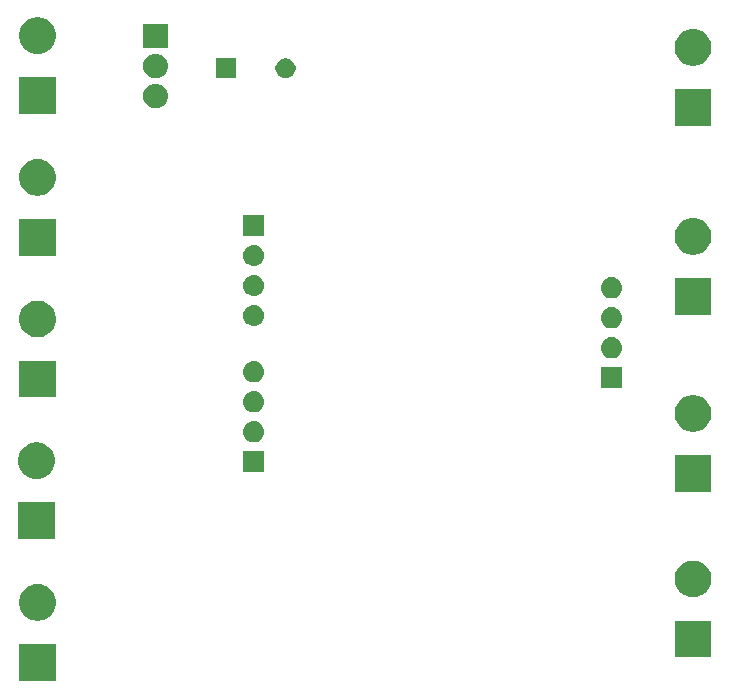
<source format=gbs>
G04 #@! TF.GenerationSoftware,KiCad,Pcbnew,5.1.4-e60b266~84~ubuntu18.04.1*
G04 #@! TF.CreationDate,2019-08-12T22:35:42+05:30*
G04 #@! TF.ProjectId,STCS2A_driver_rev1,53544353-3241-45f6-9472-697665725f72,rev?*
G04 #@! TF.SameCoordinates,Original*
G04 #@! TF.FileFunction,Soldermask,Bot*
G04 #@! TF.FilePolarity,Negative*
%FSLAX46Y46*%
G04 Gerber Fmt 4.6, Leading zero omitted, Abs format (unit mm)*
G04 Created by KiCad (PCBNEW 5.1.4-e60b266~84~ubuntu18.04.1) date 2019-08-12 22:35:42*
%MOMM*%
%LPD*%
G04 APERTURE LIST*
%ADD10C,0.100000*%
G04 APERTURE END LIST*
D10*
G36*
X56051000Y-102551000D02*
G01*
X52949000Y-102551000D01*
X52949000Y-99449000D01*
X56051000Y-99449000D01*
X56051000Y-102551000D01*
X56051000Y-102551000D01*
G37*
G36*
X111551000Y-100551000D02*
G01*
X108449000Y-100551000D01*
X108449000Y-97449000D01*
X111551000Y-97449000D01*
X111551000Y-100551000D01*
X111551000Y-100551000D01*
G37*
G36*
X54802585Y-94398802D02*
G01*
X54952410Y-94428604D01*
X55234674Y-94545521D01*
X55488705Y-94715259D01*
X55704741Y-94931295D01*
X55874479Y-95185326D01*
X55991396Y-95467590D01*
X56051000Y-95767240D01*
X56051000Y-96072760D01*
X55991396Y-96372410D01*
X55874479Y-96654674D01*
X55704741Y-96908705D01*
X55488705Y-97124741D01*
X55234674Y-97294479D01*
X54952410Y-97411396D01*
X54802585Y-97441198D01*
X54652761Y-97471000D01*
X54347239Y-97471000D01*
X54197415Y-97441198D01*
X54047590Y-97411396D01*
X53765326Y-97294479D01*
X53511295Y-97124741D01*
X53295259Y-96908705D01*
X53125521Y-96654674D01*
X53008604Y-96372410D01*
X52949000Y-96072760D01*
X52949000Y-95767240D01*
X53008604Y-95467590D01*
X53125521Y-95185326D01*
X53295259Y-94931295D01*
X53511295Y-94715259D01*
X53765326Y-94545521D01*
X54047590Y-94428604D01*
X54197415Y-94398802D01*
X54347239Y-94369000D01*
X54652761Y-94369000D01*
X54802585Y-94398802D01*
X54802585Y-94398802D01*
G37*
G36*
X110302585Y-92398802D02*
G01*
X110452410Y-92428604D01*
X110734674Y-92545521D01*
X110988705Y-92715259D01*
X111204741Y-92931295D01*
X111374479Y-93185326D01*
X111491396Y-93467590D01*
X111551000Y-93767240D01*
X111551000Y-94072760D01*
X111491396Y-94372410D01*
X111374479Y-94654674D01*
X111204741Y-94908705D01*
X110988705Y-95124741D01*
X110734674Y-95294479D01*
X110452410Y-95411396D01*
X110302585Y-95441198D01*
X110152761Y-95471000D01*
X109847239Y-95471000D01*
X109697415Y-95441198D01*
X109547590Y-95411396D01*
X109265326Y-95294479D01*
X109011295Y-95124741D01*
X108795259Y-94908705D01*
X108625521Y-94654674D01*
X108508604Y-94372410D01*
X108449000Y-94072760D01*
X108449000Y-93767240D01*
X108508604Y-93467590D01*
X108625521Y-93185326D01*
X108795259Y-92931295D01*
X109011295Y-92715259D01*
X109265326Y-92545521D01*
X109547590Y-92428604D01*
X109697415Y-92398802D01*
X109847239Y-92369000D01*
X110152761Y-92369000D01*
X110302585Y-92398802D01*
X110302585Y-92398802D01*
G37*
G36*
X55951000Y-90551000D02*
G01*
X52849000Y-90551000D01*
X52849000Y-87449000D01*
X55951000Y-87449000D01*
X55951000Y-90551000D01*
X55951000Y-90551000D01*
G37*
G36*
X111551000Y-86551000D02*
G01*
X108449000Y-86551000D01*
X108449000Y-83449000D01*
X111551000Y-83449000D01*
X111551000Y-86551000D01*
X111551000Y-86551000D01*
G37*
G36*
X54702585Y-82398802D02*
G01*
X54852410Y-82428604D01*
X55134674Y-82545521D01*
X55388705Y-82715259D01*
X55604741Y-82931295D01*
X55774479Y-83185326D01*
X55891396Y-83467590D01*
X55951000Y-83767240D01*
X55951000Y-84072760D01*
X55891396Y-84372410D01*
X55774479Y-84654674D01*
X55604741Y-84908705D01*
X55388705Y-85124741D01*
X55134674Y-85294479D01*
X54852410Y-85411396D01*
X54702585Y-85441198D01*
X54552761Y-85471000D01*
X54247239Y-85471000D01*
X54097415Y-85441198D01*
X53947590Y-85411396D01*
X53665326Y-85294479D01*
X53411295Y-85124741D01*
X53195259Y-84908705D01*
X53025521Y-84654674D01*
X52908604Y-84372410D01*
X52849000Y-84072760D01*
X52849000Y-83767240D01*
X52908604Y-83467590D01*
X53025521Y-83185326D01*
X53195259Y-82931295D01*
X53411295Y-82715259D01*
X53665326Y-82545521D01*
X53947590Y-82428604D01*
X54097415Y-82398802D01*
X54247239Y-82369000D01*
X54552761Y-82369000D01*
X54702585Y-82398802D01*
X54702585Y-82398802D01*
G37*
G36*
X73701000Y-84901000D02*
G01*
X71899000Y-84901000D01*
X71899000Y-83099000D01*
X73701000Y-83099000D01*
X73701000Y-84901000D01*
X73701000Y-84901000D01*
G37*
G36*
X72910442Y-80565518D02*
G01*
X72976627Y-80572037D01*
X73146466Y-80623557D01*
X73302991Y-80707222D01*
X73338729Y-80736552D01*
X73440186Y-80819814D01*
X73513135Y-80908704D01*
X73552778Y-80957009D01*
X73636443Y-81113534D01*
X73687963Y-81283373D01*
X73705359Y-81460000D01*
X73687963Y-81636627D01*
X73636443Y-81806466D01*
X73552778Y-81962991D01*
X73523448Y-81998729D01*
X73440186Y-82100186D01*
X73338729Y-82183448D01*
X73302991Y-82212778D01*
X73146466Y-82296443D01*
X72976627Y-82347963D01*
X72910442Y-82354482D01*
X72844260Y-82361000D01*
X72755740Y-82361000D01*
X72689558Y-82354482D01*
X72623373Y-82347963D01*
X72453534Y-82296443D01*
X72297009Y-82212778D01*
X72261271Y-82183448D01*
X72159814Y-82100186D01*
X72076552Y-81998729D01*
X72047222Y-81962991D01*
X71963557Y-81806466D01*
X71912037Y-81636627D01*
X71894641Y-81460000D01*
X71912037Y-81283373D01*
X71963557Y-81113534D01*
X72047222Y-80957009D01*
X72086865Y-80908704D01*
X72159814Y-80819814D01*
X72261271Y-80736552D01*
X72297009Y-80707222D01*
X72453534Y-80623557D01*
X72623373Y-80572037D01*
X72689558Y-80565518D01*
X72755740Y-80559000D01*
X72844260Y-80559000D01*
X72910442Y-80565518D01*
X72910442Y-80565518D01*
G37*
G36*
X110302585Y-78398802D02*
G01*
X110452410Y-78428604D01*
X110734674Y-78545521D01*
X110988705Y-78715259D01*
X111204741Y-78931295D01*
X111374479Y-79185326D01*
X111491396Y-79467590D01*
X111491396Y-79467591D01*
X111548853Y-79756443D01*
X111551000Y-79767240D01*
X111551000Y-80072760D01*
X111491396Y-80372410D01*
X111374479Y-80654674D01*
X111204741Y-80908705D01*
X110988705Y-81124741D01*
X110734674Y-81294479D01*
X110452410Y-81411396D01*
X110302585Y-81441198D01*
X110152761Y-81471000D01*
X109847239Y-81471000D01*
X109697415Y-81441198D01*
X109547590Y-81411396D01*
X109265326Y-81294479D01*
X109011295Y-81124741D01*
X108795259Y-80908705D01*
X108625521Y-80654674D01*
X108508604Y-80372410D01*
X108449000Y-80072760D01*
X108449000Y-79767240D01*
X108451148Y-79756443D01*
X108508604Y-79467591D01*
X108508604Y-79467590D01*
X108625521Y-79185326D01*
X108795259Y-78931295D01*
X109011295Y-78715259D01*
X109265326Y-78545521D01*
X109547590Y-78428604D01*
X109697415Y-78398802D01*
X109847239Y-78369000D01*
X110152761Y-78369000D01*
X110302585Y-78398802D01*
X110302585Y-78398802D01*
G37*
G36*
X72910442Y-78025518D02*
G01*
X72976627Y-78032037D01*
X73146466Y-78083557D01*
X73302991Y-78167222D01*
X73338729Y-78196552D01*
X73440186Y-78279814D01*
X73513378Y-78369000D01*
X73552778Y-78417009D01*
X73636443Y-78573534D01*
X73687963Y-78743373D01*
X73705359Y-78920000D01*
X73687963Y-79096627D01*
X73636443Y-79266466D01*
X73552778Y-79422991D01*
X73523448Y-79458729D01*
X73440186Y-79560186D01*
X73338729Y-79643448D01*
X73302991Y-79672778D01*
X73146466Y-79756443D01*
X72976627Y-79807963D01*
X72910443Y-79814481D01*
X72844260Y-79821000D01*
X72755740Y-79821000D01*
X72689557Y-79814481D01*
X72623373Y-79807963D01*
X72453534Y-79756443D01*
X72297009Y-79672778D01*
X72261271Y-79643448D01*
X72159814Y-79560186D01*
X72076552Y-79458729D01*
X72047222Y-79422991D01*
X71963557Y-79266466D01*
X71912037Y-79096627D01*
X71894641Y-78920000D01*
X71912037Y-78743373D01*
X71963557Y-78573534D01*
X72047222Y-78417009D01*
X72086622Y-78369000D01*
X72159814Y-78279814D01*
X72261271Y-78196552D01*
X72297009Y-78167222D01*
X72453534Y-78083557D01*
X72623373Y-78032037D01*
X72689558Y-78025518D01*
X72755740Y-78019000D01*
X72844260Y-78019000D01*
X72910442Y-78025518D01*
X72910442Y-78025518D01*
G37*
G36*
X56051000Y-78551000D02*
G01*
X52949000Y-78551000D01*
X52949000Y-75449000D01*
X56051000Y-75449000D01*
X56051000Y-78551000D01*
X56051000Y-78551000D01*
G37*
G36*
X104001000Y-77801000D02*
G01*
X102199000Y-77801000D01*
X102199000Y-75999000D01*
X104001000Y-75999000D01*
X104001000Y-77801000D01*
X104001000Y-77801000D01*
G37*
G36*
X72910443Y-75485519D02*
G01*
X72976627Y-75492037D01*
X73146466Y-75543557D01*
X73302991Y-75627222D01*
X73338729Y-75656552D01*
X73440186Y-75739814D01*
X73523448Y-75841271D01*
X73552778Y-75877009D01*
X73636443Y-76033534D01*
X73687963Y-76203373D01*
X73705359Y-76380000D01*
X73687963Y-76556627D01*
X73636443Y-76726466D01*
X73552778Y-76882991D01*
X73523448Y-76918729D01*
X73440186Y-77020186D01*
X73338729Y-77103448D01*
X73302991Y-77132778D01*
X73146466Y-77216443D01*
X72976627Y-77267963D01*
X72910442Y-77274482D01*
X72844260Y-77281000D01*
X72755740Y-77281000D01*
X72689558Y-77274482D01*
X72623373Y-77267963D01*
X72453534Y-77216443D01*
X72297009Y-77132778D01*
X72261271Y-77103448D01*
X72159814Y-77020186D01*
X72076552Y-76918729D01*
X72047222Y-76882991D01*
X71963557Y-76726466D01*
X71912037Y-76556627D01*
X71894641Y-76380000D01*
X71912037Y-76203373D01*
X71963557Y-76033534D01*
X72047222Y-75877009D01*
X72076552Y-75841271D01*
X72159814Y-75739814D01*
X72261271Y-75656552D01*
X72297009Y-75627222D01*
X72453534Y-75543557D01*
X72623373Y-75492037D01*
X72689557Y-75485519D01*
X72755740Y-75479000D01*
X72844260Y-75479000D01*
X72910443Y-75485519D01*
X72910443Y-75485519D01*
G37*
G36*
X103210443Y-73465519D02*
G01*
X103276627Y-73472037D01*
X103446466Y-73523557D01*
X103602991Y-73607222D01*
X103638729Y-73636552D01*
X103740186Y-73719814D01*
X103823448Y-73821271D01*
X103852778Y-73857009D01*
X103936443Y-74013534D01*
X103987963Y-74183373D01*
X104005359Y-74360000D01*
X103987963Y-74536627D01*
X103936443Y-74706466D01*
X103852778Y-74862991D01*
X103823448Y-74898729D01*
X103740186Y-75000186D01*
X103638729Y-75083448D01*
X103602991Y-75112778D01*
X103446466Y-75196443D01*
X103276627Y-75247963D01*
X103210443Y-75254481D01*
X103144260Y-75261000D01*
X103055740Y-75261000D01*
X102989557Y-75254481D01*
X102923373Y-75247963D01*
X102753534Y-75196443D01*
X102597009Y-75112778D01*
X102561271Y-75083448D01*
X102459814Y-75000186D01*
X102376552Y-74898729D01*
X102347222Y-74862991D01*
X102263557Y-74706466D01*
X102212037Y-74536627D01*
X102194641Y-74360000D01*
X102212037Y-74183373D01*
X102263557Y-74013534D01*
X102347222Y-73857009D01*
X102376552Y-73821271D01*
X102459814Y-73719814D01*
X102561271Y-73636552D01*
X102597009Y-73607222D01*
X102753534Y-73523557D01*
X102923373Y-73472037D01*
X102989557Y-73465519D01*
X103055740Y-73459000D01*
X103144260Y-73459000D01*
X103210443Y-73465519D01*
X103210443Y-73465519D01*
G37*
G36*
X54802585Y-70398802D02*
G01*
X54952410Y-70428604D01*
X55234674Y-70545521D01*
X55488705Y-70715259D01*
X55704741Y-70931295D01*
X55874479Y-71185326D01*
X55991396Y-71467590D01*
X55991396Y-71467591D01*
X56051000Y-71767239D01*
X56051000Y-72072761D01*
X56032361Y-72166466D01*
X55991396Y-72372410D01*
X55874479Y-72654674D01*
X55704741Y-72908705D01*
X55488705Y-73124741D01*
X55234674Y-73294479D01*
X54952410Y-73411396D01*
X54802585Y-73441198D01*
X54652761Y-73471000D01*
X54347239Y-73471000D01*
X54197415Y-73441198D01*
X54047590Y-73411396D01*
X53765326Y-73294479D01*
X53511295Y-73124741D01*
X53295259Y-72908705D01*
X53125521Y-72654674D01*
X53008604Y-72372410D01*
X52967639Y-72166466D01*
X52949000Y-72072761D01*
X52949000Y-71767239D01*
X53008604Y-71467591D01*
X53008604Y-71467590D01*
X53125521Y-71185326D01*
X53295259Y-70931295D01*
X53511295Y-70715259D01*
X53765326Y-70545521D01*
X54047590Y-70428604D01*
X54197415Y-70398802D01*
X54347239Y-70369000D01*
X54652761Y-70369000D01*
X54802585Y-70398802D01*
X54802585Y-70398802D01*
G37*
G36*
X103210443Y-70925519D02*
G01*
X103276627Y-70932037D01*
X103446466Y-70983557D01*
X103602991Y-71067222D01*
X103638729Y-71096552D01*
X103740186Y-71179814D01*
X103817097Y-71273532D01*
X103852778Y-71317009D01*
X103852779Y-71317011D01*
X103920322Y-71443373D01*
X103936443Y-71473534D01*
X103987963Y-71643373D01*
X104005359Y-71820000D01*
X103987963Y-71996627D01*
X103936443Y-72166466D01*
X103852778Y-72322991D01*
X103823448Y-72358729D01*
X103740186Y-72460186D01*
X103638729Y-72543448D01*
X103602991Y-72572778D01*
X103446466Y-72656443D01*
X103276627Y-72707963D01*
X103210442Y-72714482D01*
X103144260Y-72721000D01*
X103055740Y-72721000D01*
X102989558Y-72714482D01*
X102923373Y-72707963D01*
X102753534Y-72656443D01*
X102597009Y-72572778D01*
X102561271Y-72543448D01*
X102459814Y-72460186D01*
X102376552Y-72358729D01*
X102347222Y-72322991D01*
X102263557Y-72166466D01*
X102212037Y-71996627D01*
X102194641Y-71820000D01*
X102212037Y-71643373D01*
X102263557Y-71473534D01*
X102279679Y-71443373D01*
X102347221Y-71317011D01*
X102347222Y-71317009D01*
X102382903Y-71273532D01*
X102459814Y-71179814D01*
X102561271Y-71096552D01*
X102597009Y-71067222D01*
X102753534Y-70983557D01*
X102923373Y-70932037D01*
X102989557Y-70925519D01*
X103055740Y-70919000D01*
X103144260Y-70919000D01*
X103210443Y-70925519D01*
X103210443Y-70925519D01*
G37*
G36*
X72910442Y-70725518D02*
G01*
X72976627Y-70732037D01*
X73146466Y-70783557D01*
X73302991Y-70867222D01*
X73338729Y-70896552D01*
X73440186Y-70979814D01*
X73511918Y-71067221D01*
X73552778Y-71117009D01*
X73636443Y-71273534D01*
X73687963Y-71443373D01*
X73705359Y-71620000D01*
X73687963Y-71796627D01*
X73636443Y-71966466D01*
X73636442Y-71966468D01*
X73594611Y-72044728D01*
X73552778Y-72122991D01*
X73523448Y-72158729D01*
X73440186Y-72260186D01*
X73338729Y-72343448D01*
X73302991Y-72372778D01*
X73146466Y-72456443D01*
X72976627Y-72507963D01*
X72910442Y-72514482D01*
X72844260Y-72521000D01*
X72755740Y-72521000D01*
X72689558Y-72514482D01*
X72623373Y-72507963D01*
X72453534Y-72456443D01*
X72297009Y-72372778D01*
X72261271Y-72343448D01*
X72159814Y-72260186D01*
X72076552Y-72158729D01*
X72047222Y-72122991D01*
X72005389Y-72044728D01*
X71963558Y-71966468D01*
X71963557Y-71966466D01*
X71912037Y-71796627D01*
X71894641Y-71620000D01*
X71912037Y-71443373D01*
X71963557Y-71273534D01*
X72047222Y-71117009D01*
X72088082Y-71067221D01*
X72159814Y-70979814D01*
X72261271Y-70896552D01*
X72297009Y-70867222D01*
X72453534Y-70783557D01*
X72623373Y-70732037D01*
X72689558Y-70725518D01*
X72755740Y-70719000D01*
X72844260Y-70719000D01*
X72910442Y-70725518D01*
X72910442Y-70725518D01*
G37*
G36*
X111551000Y-71551000D02*
G01*
X108449000Y-71551000D01*
X108449000Y-68449000D01*
X111551000Y-68449000D01*
X111551000Y-71551000D01*
X111551000Y-71551000D01*
G37*
G36*
X103210442Y-68385518D02*
G01*
X103276627Y-68392037D01*
X103446466Y-68443557D01*
X103602991Y-68527222D01*
X103638729Y-68556552D01*
X103740186Y-68639814D01*
X103817097Y-68733532D01*
X103852778Y-68777009D01*
X103852779Y-68777011D01*
X103920322Y-68903373D01*
X103936443Y-68933534D01*
X103987963Y-69103373D01*
X104005359Y-69280000D01*
X103987963Y-69456627D01*
X103936443Y-69626466D01*
X103852778Y-69782991D01*
X103823448Y-69818729D01*
X103740186Y-69920186D01*
X103638729Y-70003448D01*
X103602991Y-70032778D01*
X103446466Y-70116443D01*
X103276627Y-70167963D01*
X103210443Y-70174481D01*
X103144260Y-70181000D01*
X103055740Y-70181000D01*
X102989557Y-70174481D01*
X102923373Y-70167963D01*
X102753534Y-70116443D01*
X102597009Y-70032778D01*
X102561271Y-70003448D01*
X102459814Y-69920186D01*
X102376552Y-69818729D01*
X102347222Y-69782991D01*
X102263557Y-69626466D01*
X102212037Y-69456627D01*
X102194641Y-69280000D01*
X102212037Y-69103373D01*
X102263557Y-68933534D01*
X102279679Y-68903373D01*
X102347221Y-68777011D01*
X102347222Y-68777009D01*
X102382903Y-68733532D01*
X102459814Y-68639814D01*
X102561271Y-68556552D01*
X102597009Y-68527222D01*
X102753534Y-68443557D01*
X102923373Y-68392037D01*
X102989558Y-68385518D01*
X103055740Y-68379000D01*
X103144260Y-68379000D01*
X103210442Y-68385518D01*
X103210442Y-68385518D01*
G37*
G36*
X72910443Y-68185519D02*
G01*
X72976627Y-68192037D01*
X73146466Y-68243557D01*
X73302991Y-68327222D01*
X73338729Y-68356552D01*
X73440186Y-68439814D01*
X73511918Y-68527221D01*
X73552778Y-68577009D01*
X73636443Y-68733534D01*
X73687963Y-68903373D01*
X73705359Y-69080000D01*
X73687963Y-69256627D01*
X73636443Y-69426466D01*
X73636442Y-69426468D01*
X73594610Y-69504729D01*
X73552778Y-69582991D01*
X73523448Y-69618729D01*
X73440186Y-69720186D01*
X73338729Y-69803448D01*
X73302991Y-69832778D01*
X73146466Y-69916443D01*
X72976627Y-69967963D01*
X72910442Y-69974482D01*
X72844260Y-69981000D01*
X72755740Y-69981000D01*
X72689558Y-69974482D01*
X72623373Y-69967963D01*
X72453534Y-69916443D01*
X72297009Y-69832778D01*
X72261271Y-69803448D01*
X72159814Y-69720186D01*
X72076552Y-69618729D01*
X72047222Y-69582991D01*
X72005389Y-69504728D01*
X71963558Y-69426468D01*
X71963557Y-69426466D01*
X71912037Y-69256627D01*
X71894641Y-69080000D01*
X71912037Y-68903373D01*
X71963557Y-68733534D01*
X72047222Y-68577009D01*
X72088082Y-68527221D01*
X72159814Y-68439814D01*
X72261271Y-68356552D01*
X72297009Y-68327222D01*
X72453534Y-68243557D01*
X72623373Y-68192037D01*
X72689557Y-68185519D01*
X72755740Y-68179000D01*
X72844260Y-68179000D01*
X72910443Y-68185519D01*
X72910443Y-68185519D01*
G37*
G36*
X72910442Y-65645518D02*
G01*
X72976627Y-65652037D01*
X73146466Y-65703557D01*
X73302991Y-65787222D01*
X73338729Y-65816552D01*
X73440186Y-65899814D01*
X73523448Y-66001271D01*
X73552778Y-66037009D01*
X73636443Y-66193534D01*
X73687963Y-66363373D01*
X73705359Y-66540000D01*
X73687963Y-66716627D01*
X73636443Y-66886466D01*
X73552778Y-67042991D01*
X73523448Y-67078729D01*
X73440186Y-67180186D01*
X73338729Y-67263448D01*
X73302991Y-67292778D01*
X73146466Y-67376443D01*
X72976627Y-67427963D01*
X72910443Y-67434481D01*
X72844260Y-67441000D01*
X72755740Y-67441000D01*
X72689557Y-67434481D01*
X72623373Y-67427963D01*
X72453534Y-67376443D01*
X72297009Y-67292778D01*
X72261271Y-67263448D01*
X72159814Y-67180186D01*
X72076552Y-67078729D01*
X72047222Y-67042991D01*
X71963557Y-66886466D01*
X71912037Y-66716627D01*
X71894641Y-66540000D01*
X71912037Y-66363373D01*
X71963557Y-66193534D01*
X72047222Y-66037009D01*
X72076552Y-66001271D01*
X72159814Y-65899814D01*
X72261271Y-65816552D01*
X72297009Y-65787222D01*
X72453534Y-65703557D01*
X72623373Y-65652037D01*
X72689558Y-65645518D01*
X72755740Y-65639000D01*
X72844260Y-65639000D01*
X72910442Y-65645518D01*
X72910442Y-65645518D01*
G37*
G36*
X56051000Y-66551000D02*
G01*
X52949000Y-66551000D01*
X52949000Y-63449000D01*
X56051000Y-63449000D01*
X56051000Y-66551000D01*
X56051000Y-66551000D01*
G37*
G36*
X110302585Y-63398802D02*
G01*
X110452410Y-63428604D01*
X110734674Y-63545521D01*
X110988705Y-63715259D01*
X111204741Y-63931295D01*
X111374479Y-64185326D01*
X111491396Y-64467590D01*
X111551000Y-64767240D01*
X111551000Y-65072760D01*
X111491396Y-65372410D01*
X111374479Y-65654674D01*
X111204741Y-65908705D01*
X110988705Y-66124741D01*
X110734674Y-66294479D01*
X110452410Y-66411396D01*
X110302585Y-66441198D01*
X110152761Y-66471000D01*
X109847239Y-66471000D01*
X109697415Y-66441198D01*
X109547590Y-66411396D01*
X109265326Y-66294479D01*
X109011295Y-66124741D01*
X108795259Y-65908705D01*
X108625521Y-65654674D01*
X108508604Y-65372410D01*
X108449000Y-65072760D01*
X108449000Y-64767240D01*
X108508604Y-64467590D01*
X108625521Y-64185326D01*
X108795259Y-63931295D01*
X109011295Y-63715259D01*
X109265326Y-63545521D01*
X109547590Y-63428604D01*
X109697415Y-63398802D01*
X109847239Y-63369000D01*
X110152761Y-63369000D01*
X110302585Y-63398802D01*
X110302585Y-63398802D01*
G37*
G36*
X73701000Y-64901000D02*
G01*
X71899000Y-64901000D01*
X71899000Y-63099000D01*
X73701000Y-63099000D01*
X73701000Y-64901000D01*
X73701000Y-64901000D01*
G37*
G36*
X54802585Y-58398802D02*
G01*
X54952410Y-58428604D01*
X55234674Y-58545521D01*
X55488705Y-58715259D01*
X55704741Y-58931295D01*
X55874479Y-59185326D01*
X55991396Y-59467590D01*
X56051000Y-59767240D01*
X56051000Y-60072760D01*
X55991396Y-60372410D01*
X55874479Y-60654674D01*
X55704741Y-60908705D01*
X55488705Y-61124741D01*
X55234674Y-61294479D01*
X54952410Y-61411396D01*
X54802585Y-61441198D01*
X54652761Y-61471000D01*
X54347239Y-61471000D01*
X54197415Y-61441198D01*
X54047590Y-61411396D01*
X53765326Y-61294479D01*
X53511295Y-61124741D01*
X53295259Y-60908705D01*
X53125521Y-60654674D01*
X53008604Y-60372410D01*
X52949000Y-60072760D01*
X52949000Y-59767240D01*
X53008604Y-59467590D01*
X53125521Y-59185326D01*
X53295259Y-58931295D01*
X53511295Y-58715259D01*
X53765326Y-58545521D01*
X54047590Y-58428604D01*
X54197415Y-58398802D01*
X54347239Y-58369000D01*
X54652761Y-58369000D01*
X54802585Y-58398802D01*
X54802585Y-58398802D01*
G37*
G36*
X111551000Y-55551000D02*
G01*
X108449000Y-55551000D01*
X108449000Y-52449000D01*
X111551000Y-52449000D01*
X111551000Y-55551000D01*
X111551000Y-55551000D01*
G37*
G36*
X56051000Y-54551000D02*
G01*
X52949000Y-54551000D01*
X52949000Y-51449000D01*
X56051000Y-51449000D01*
X56051000Y-54551000D01*
X56051000Y-54551000D01*
G37*
G36*
X64645936Y-52041340D02*
G01*
X64744220Y-52051020D01*
X64933381Y-52108401D01*
X65107712Y-52201583D01*
X65260515Y-52326985D01*
X65385917Y-52479788D01*
X65479099Y-52654119D01*
X65536480Y-52843280D01*
X65555855Y-53040000D01*
X65536480Y-53236720D01*
X65479099Y-53425881D01*
X65385917Y-53600212D01*
X65260515Y-53753015D01*
X65107712Y-53878417D01*
X64933381Y-53971599D01*
X64744220Y-54028980D01*
X64645936Y-54038660D01*
X64596795Y-54043500D01*
X64403205Y-54043500D01*
X64354064Y-54038660D01*
X64255780Y-54028980D01*
X64066619Y-53971599D01*
X63892288Y-53878417D01*
X63739485Y-53753015D01*
X63614083Y-53600212D01*
X63520901Y-53425881D01*
X63463520Y-53236720D01*
X63444145Y-53040000D01*
X63463520Y-52843280D01*
X63520901Y-52654119D01*
X63614083Y-52479788D01*
X63739485Y-52326985D01*
X63892288Y-52201583D01*
X64066619Y-52108401D01*
X64255780Y-52051020D01*
X64354064Y-52041340D01*
X64403205Y-52036500D01*
X64596795Y-52036500D01*
X64645936Y-52041340D01*
X64645936Y-52041340D01*
G37*
G36*
X71351000Y-51551000D02*
G01*
X69649000Y-51551000D01*
X69649000Y-49849000D01*
X71351000Y-49849000D01*
X71351000Y-51551000D01*
X71351000Y-51551000D01*
G37*
G36*
X75748228Y-49881703D02*
G01*
X75903100Y-49945853D01*
X76042481Y-50038985D01*
X76161015Y-50157519D01*
X76254147Y-50296900D01*
X76318297Y-50451772D01*
X76351000Y-50616184D01*
X76351000Y-50783816D01*
X76318297Y-50948228D01*
X76254147Y-51103100D01*
X76161015Y-51242481D01*
X76042481Y-51361015D01*
X75903100Y-51454147D01*
X75748228Y-51518297D01*
X75583816Y-51551000D01*
X75416184Y-51551000D01*
X75251772Y-51518297D01*
X75096900Y-51454147D01*
X74957519Y-51361015D01*
X74838985Y-51242481D01*
X74745853Y-51103100D01*
X74681703Y-50948228D01*
X74649000Y-50783816D01*
X74649000Y-50616184D01*
X74681703Y-50451772D01*
X74745853Y-50296900D01*
X74838985Y-50157519D01*
X74957519Y-50038985D01*
X75096900Y-49945853D01*
X75251772Y-49881703D01*
X75416184Y-49849000D01*
X75583816Y-49849000D01*
X75748228Y-49881703D01*
X75748228Y-49881703D01*
G37*
G36*
X64645936Y-49501340D02*
G01*
X64744220Y-49511020D01*
X64933381Y-49568401D01*
X65107712Y-49661583D01*
X65260515Y-49786985D01*
X65385917Y-49939788D01*
X65479099Y-50114119D01*
X65536480Y-50303280D01*
X65555855Y-50500000D01*
X65536480Y-50696720D01*
X65479099Y-50885881D01*
X65385917Y-51060212D01*
X65260515Y-51213015D01*
X65107712Y-51338417D01*
X64933381Y-51431599D01*
X64744220Y-51488980D01*
X64645936Y-51498660D01*
X64596795Y-51503500D01*
X64403205Y-51503500D01*
X64354064Y-51498660D01*
X64255780Y-51488980D01*
X64066619Y-51431599D01*
X63892288Y-51338417D01*
X63739485Y-51213015D01*
X63614083Y-51060212D01*
X63520901Y-50885881D01*
X63463520Y-50696720D01*
X63444145Y-50500000D01*
X63463520Y-50303280D01*
X63520901Y-50114119D01*
X63614083Y-49939788D01*
X63739485Y-49786985D01*
X63892288Y-49661583D01*
X64066619Y-49568401D01*
X64255780Y-49511020D01*
X64354064Y-49501340D01*
X64403205Y-49496500D01*
X64596795Y-49496500D01*
X64645936Y-49501340D01*
X64645936Y-49501340D01*
G37*
G36*
X110302585Y-47398802D02*
G01*
X110452410Y-47428604D01*
X110734674Y-47545521D01*
X110988705Y-47715259D01*
X111204741Y-47931295D01*
X111374479Y-48185326D01*
X111491396Y-48467590D01*
X111551000Y-48767240D01*
X111551000Y-49072760D01*
X111491396Y-49372410D01*
X111374479Y-49654674D01*
X111204741Y-49908705D01*
X110988705Y-50124741D01*
X110734674Y-50294479D01*
X110452410Y-50411396D01*
X110302585Y-50441198D01*
X110152761Y-50471000D01*
X109847239Y-50471000D01*
X109697415Y-50441198D01*
X109547590Y-50411396D01*
X109265326Y-50294479D01*
X109011295Y-50124741D01*
X108795259Y-49908705D01*
X108625521Y-49654674D01*
X108508604Y-49372410D01*
X108449000Y-49072760D01*
X108449000Y-48767240D01*
X108508604Y-48467590D01*
X108625521Y-48185326D01*
X108795259Y-47931295D01*
X109011295Y-47715259D01*
X109265326Y-47545521D01*
X109547590Y-47428604D01*
X109697415Y-47398802D01*
X109847239Y-47369000D01*
X110152761Y-47369000D01*
X110302585Y-47398802D01*
X110302585Y-47398802D01*
G37*
G36*
X54802585Y-46398802D02*
G01*
X54952410Y-46428604D01*
X55234674Y-46545521D01*
X55488705Y-46715259D01*
X55704741Y-46931295D01*
X55874479Y-47185326D01*
X55991396Y-47467590D01*
X56051000Y-47767240D01*
X56051000Y-48072760D01*
X55991396Y-48372410D01*
X55874479Y-48654674D01*
X55704741Y-48908705D01*
X55488705Y-49124741D01*
X55234674Y-49294479D01*
X54952410Y-49411396D01*
X54802585Y-49441198D01*
X54652761Y-49471000D01*
X54347239Y-49471000D01*
X54197415Y-49441198D01*
X54047590Y-49411396D01*
X53765326Y-49294479D01*
X53511295Y-49124741D01*
X53295259Y-48908705D01*
X53125521Y-48654674D01*
X53008604Y-48372410D01*
X52949000Y-48072760D01*
X52949000Y-47767240D01*
X53008604Y-47467590D01*
X53125521Y-47185326D01*
X53295259Y-46931295D01*
X53511295Y-46715259D01*
X53765326Y-46545521D01*
X54047590Y-46428604D01*
X54197415Y-46398802D01*
X54347239Y-46369000D01*
X54652761Y-46369000D01*
X54802585Y-46398802D01*
X54802585Y-46398802D01*
G37*
G36*
X65551000Y-48963500D02*
G01*
X63449000Y-48963500D01*
X63449000Y-46956500D01*
X65551000Y-46956500D01*
X65551000Y-48963500D01*
X65551000Y-48963500D01*
G37*
M02*

</source>
